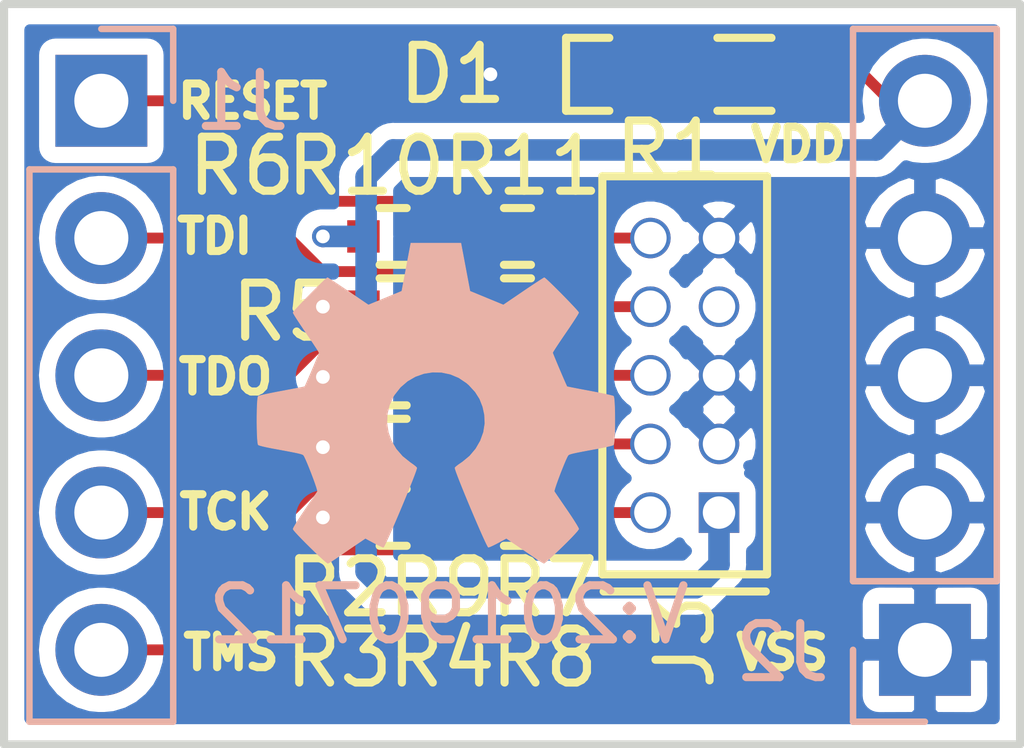
<source format=kicad_pcb>
(kicad_pcb (version 20171130) (host pcbnew 5.1.2-f72e74a~84~ubuntu18.04.1)

  (general
    (thickness 1.6)
    (drawings 12)
    (tracks 77)
    (zones 0)
    (modules 17)
    (nets 14)
  )

  (page A4)
  (layers
    (0 F.Cu signal)
    (31 B.Cu signal)
    (32 B.Adhes user)
    (33 F.Adhes user)
    (34 B.Paste user)
    (35 F.Paste user)
    (36 B.SilkS user)
    (37 F.SilkS user)
    (38 B.Mask user)
    (39 F.Mask user)
    (40 Dwgs.User user)
    (41 Cmts.User user)
    (42 Eco1.User user)
    (43 Eco2.User user)
    (44 Edge.Cuts user)
    (45 Margin user)
    (46 B.CrtYd user)
    (47 F.CrtYd user)
    (48 B.Fab user)
    (49 F.Fab user)
  )

  (setup
    (last_trace_width 0.2)
    (user_trace_width 0.1524)
    (user_trace_width 0.2)
    (user_trace_width 0.3)
    (user_trace_width 0.4)
    (user_trace_width 0.6)
    (user_trace_width 1)
    (user_trace_width 1.5)
    (user_trace_width 2)
    (trace_clearance 0.1524)
    (zone_clearance 0.3)
    (zone_45_only no)
    (trace_min 0.1524)
    (via_size 0.381)
    (via_drill 0.254)
    (via_min_size 0.381)
    (via_min_drill 0.254)
    (user_via 0.4 0.254)
    (user_via 0.6 0.4)
    (user_via 0.8 0.6)
    (user_via 1 0.8)
    (user_via 1.3 1)
    (user_via 1.5 1.2)
    (user_via 1.7 1.4)
    (user_via 1.9 1.6)
    (uvia_size 0.381)
    (uvia_drill 0.254)
    (uvias_allowed no)
    (uvia_min_size 0.381)
    (uvia_min_drill 0.254)
    (edge_width 0.15)
    (segment_width 0.2)
    (pcb_text_width 0.3)
    (pcb_text_size 1.5 1.5)
    (mod_edge_width 0.15)
    (mod_text_size 1 1)
    (mod_text_width 0.15)
    (pad_size 1.524 1.524)
    (pad_drill 0.762)
    (pad_to_mask_clearance 0.1)
    (solder_mask_min_width 0.1)
    (aux_axis_origin 0 0)
    (visible_elements FFFFFF7F)
    (pcbplotparams
      (layerselection 0x010fc_ffffffff)
      (usegerberextensions true)
      (usegerberattributes false)
      (usegerberadvancedattributes false)
      (creategerberjobfile false)
      (excludeedgelayer true)
      (linewidth 0.100000)
      (plotframeref false)
      (viasonmask false)
      (mode 1)
      (useauxorigin false)
      (hpglpennumber 1)
      (hpglpenspeed 20)
      (hpglpendiameter 15.000000)
      (psnegative false)
      (psa4output false)
      (plotreference true)
      (plotvalue true)
      (plotinvisibletext false)
      (padsonsilk false)
      (subtractmaskfromsilk false)
      (outputformat 1)
      (mirror false)
      (drillshape 0)
      (scaleselection 1)
      (outputdirectory "OSH_Park_2_layer_plots"))
  )

  (net 0 "")
  (net 1 "Net-(D1-Pad2)")
  (net 2 /VSS)
  (net 3 /RESET)
  (net 4 /TDI)
  (net 5 /TDO)
  (net 6 /TCK)
  (net 7 /TMS)
  (net 8 /VDD)
  (net 9 "Net-(J3-Pad10)")
  (net 10 "Net-(J3-Pad8)")
  (net 11 "Net-(J3-Pad6)")
  (net 12 "Net-(J3-Pad4)")
  (net 13 "Net-(J3-Pad2)")

  (net_class Default "This is the default net class."
    (clearance 0.1524)
    (trace_width 0.1524)
    (via_dia 0.381)
    (via_drill 0.254)
    (uvia_dia 0.381)
    (uvia_drill 0.254)
    (add_net /RESET)
    (add_net /TCK)
    (add_net /TDI)
    (add_net /TDO)
    (add_net /TMS)
    (add_net /VDD)
    (add_net /VSS)
    (add_net "Net-(D1-Pad2)")
    (add_net "Net-(J3-Pad10)")
    (add_net "Net-(J3-Pad2)")
    (add_net "Net-(J3-Pad4)")
    (add_net "Net-(J3-Pad6)")
    (add_net "Net-(J3-Pad7)")
    (add_net "Net-(J3-Pad8)")
  )

  (module SquantorRcl:R_0402_hand (layer F.Cu) (tedit 5921FEA0) (tstamp 5D28A738)
    (at 147.4 100.3 180)
    (descr "Resistor SMD 0402, reflow soldering, Vishay (see dcrcw.pdf)")
    (tags "resistor 0402")
    (path /5D28643D/5D285A1E)
    (attr smd)
    (fp_text reference R11 (at -0.1 1.3) (layer F.SilkS)
      (effects (font (size 1 1) (thickness 0.15)))
    )
    (fp_text value 100 (at 0 0) (layer F.Fab)
      (effects (font (size 1 1) (thickness 0.15)))
    )
    (fp_line (start -0.25 0.525) (end 0.25 0.525) (layer F.SilkS) (width 0.15))
    (fp_line (start 0.25 -0.525) (end -0.25 -0.525) (layer F.SilkS) (width 0.15))
    (fp_line (start 1.15 -0.65) (end 1.15 0.65) (layer F.CrtYd) (width 0.05))
    (fp_line (start -1.15 -0.65) (end -1.15 0.65) (layer F.CrtYd) (width 0.05))
    (fp_line (start -1.15 0.65) (end 1.15 0.65) (layer F.CrtYd) (width 0.05))
    (fp_line (start -1.15 -0.65) (end 1.15 -0.65) (layer F.CrtYd) (width 0.05))
    (fp_line (start -0.5 -0.25) (end 0.5 -0.25) (layer F.Fab) (width 0.1))
    (fp_line (start 0.5 -0.25) (end 0.5 0.25) (layer F.Fab) (width 0.1))
    (fp_line (start 0.5 0.25) (end -0.5 0.25) (layer F.Fab) (width 0.1))
    (fp_line (start -0.5 0.25) (end -0.5 -0.25) (layer F.Fab) (width 0.1))
    (pad 2 smd rect (at 0.55 0 180) (size 0.6 0.6) (layers F.Cu F.Paste F.Mask)
      (net 3 /RESET))
    (pad 1 smd rect (at -0.55 0 180) (size 0.6 0.6) (layers F.Cu F.Paste F.Mask)
      (net 9 "Net-(J3-Pad10)"))
    (model Resistors_SMD.3dshapes/R_0402.wrl
      (at (xyz 0 0 0))
      (scale (xyz 1 1 1))
      (rotate (xyz 0 0 0))
    )
  )

  (module SquantorRcl:R_0402_hand (layer F.Cu) (tedit 5921FEA0) (tstamp 5D28A728)
    (at 147.4 101.6 180)
    (descr "Resistor SMD 0402, reflow soldering, Vishay (see dcrcw.pdf)")
    (tags "resistor 0402")
    (path /5D28643D/5D285D88)
    (attr smd)
    (fp_text reference R10 (at 2.8 2.6) (layer F.SilkS)
      (effects (font (size 1 1) (thickness 0.15)))
    )
    (fp_text value 100 (at 0 0) (layer F.Fab)
      (effects (font (size 1 1) (thickness 0.15)))
    )
    (fp_line (start -0.25 0.525) (end 0.25 0.525) (layer F.SilkS) (width 0.15))
    (fp_line (start 0.25 -0.525) (end -0.25 -0.525) (layer F.SilkS) (width 0.15))
    (fp_line (start 1.15 -0.65) (end 1.15 0.65) (layer F.CrtYd) (width 0.05))
    (fp_line (start -1.15 -0.65) (end -1.15 0.65) (layer F.CrtYd) (width 0.05))
    (fp_line (start -1.15 0.65) (end 1.15 0.65) (layer F.CrtYd) (width 0.05))
    (fp_line (start -1.15 -0.65) (end 1.15 -0.65) (layer F.CrtYd) (width 0.05))
    (fp_line (start -0.5 -0.25) (end 0.5 -0.25) (layer F.Fab) (width 0.1))
    (fp_line (start 0.5 -0.25) (end 0.5 0.25) (layer F.Fab) (width 0.1))
    (fp_line (start 0.5 0.25) (end -0.5 0.25) (layer F.Fab) (width 0.1))
    (fp_line (start -0.5 0.25) (end -0.5 -0.25) (layer F.Fab) (width 0.1))
    (pad 2 smd rect (at 0.55 0 180) (size 0.6 0.6) (layers F.Cu F.Paste F.Mask)
      (net 4 /TDI))
    (pad 1 smd rect (at -0.55 0 180) (size 0.6 0.6) (layers F.Cu F.Paste F.Mask)
      (net 10 "Net-(J3-Pad8)"))
    (model Resistors_SMD.3dshapes/R_0402.wrl
      (at (xyz 0 0 0))
      (scale (xyz 1 1 1))
      (rotate (xyz 0 0 0))
    )
  )

  (module SquantorRcl:R_0402_hand (layer F.Cu) (tedit 5921FEA0) (tstamp 5D28A718)
    (at 147.4 102.9 180)
    (descr "Resistor SMD 0402, reflow soldering, Vishay (see dcrcw.pdf)")
    (tags "resistor 0402")
    (path /5D28643D/5D285AC1)
    (attr smd)
    (fp_text reference R9 (at 1.4 -3.9) (layer F.SilkS)
      (effects (font (size 1 1) (thickness 0.15)))
    )
    (fp_text value 100 (at 0 0) (layer F.Fab)
      (effects (font (size 1 1) (thickness 0.15)))
    )
    (fp_line (start -0.25 0.525) (end 0.25 0.525) (layer F.SilkS) (width 0.15))
    (fp_line (start 0.25 -0.525) (end -0.25 -0.525) (layer F.SilkS) (width 0.15))
    (fp_line (start 1.15 -0.65) (end 1.15 0.65) (layer F.CrtYd) (width 0.05))
    (fp_line (start -1.15 -0.65) (end -1.15 0.65) (layer F.CrtYd) (width 0.05))
    (fp_line (start -1.15 0.65) (end 1.15 0.65) (layer F.CrtYd) (width 0.05))
    (fp_line (start -1.15 -0.65) (end 1.15 -0.65) (layer F.CrtYd) (width 0.05))
    (fp_line (start -0.5 -0.25) (end 0.5 -0.25) (layer F.Fab) (width 0.1))
    (fp_line (start 0.5 -0.25) (end 0.5 0.25) (layer F.Fab) (width 0.1))
    (fp_line (start 0.5 0.25) (end -0.5 0.25) (layer F.Fab) (width 0.1))
    (fp_line (start -0.5 0.25) (end -0.5 -0.25) (layer F.Fab) (width 0.1))
    (pad 2 smd rect (at 0.55 0 180) (size 0.6 0.6) (layers F.Cu F.Paste F.Mask)
      (net 5 /TDO))
    (pad 1 smd rect (at -0.55 0 180) (size 0.6 0.6) (layers F.Cu F.Paste F.Mask)
      (net 11 "Net-(J3-Pad6)"))
    (model Resistors_SMD.3dshapes/R_0402.wrl
      (at (xyz 0 0 0))
      (scale (xyz 1 1 1))
      (rotate (xyz 0 0 0))
    )
  )

  (module SquantorRcl:R_0402_hand (layer F.Cu) (tedit 5921FEA0) (tstamp 5D28A708)
    (at 147.4 104.2 180)
    (descr "Resistor SMD 0402, reflow soldering, Vishay (see dcrcw.pdf)")
    (tags "resistor 0402")
    (path /5D28643D/5D285A12)
    (attr smd)
    (fp_text reference R8 (at -0.5 -3.9) (layer F.SilkS)
      (effects (font (size 1 1) (thickness 0.15)))
    )
    (fp_text value 100 (at 0 0) (layer F.Fab)
      (effects (font (size 1 1) (thickness 0.15)))
    )
    (fp_line (start -0.25 0.525) (end 0.25 0.525) (layer F.SilkS) (width 0.15))
    (fp_line (start 0.25 -0.525) (end -0.25 -0.525) (layer F.SilkS) (width 0.15))
    (fp_line (start 1.15 -0.65) (end 1.15 0.65) (layer F.CrtYd) (width 0.05))
    (fp_line (start -1.15 -0.65) (end -1.15 0.65) (layer F.CrtYd) (width 0.05))
    (fp_line (start -1.15 0.65) (end 1.15 0.65) (layer F.CrtYd) (width 0.05))
    (fp_line (start -1.15 -0.65) (end 1.15 -0.65) (layer F.CrtYd) (width 0.05))
    (fp_line (start -0.5 -0.25) (end 0.5 -0.25) (layer F.Fab) (width 0.1))
    (fp_line (start 0.5 -0.25) (end 0.5 0.25) (layer F.Fab) (width 0.1))
    (fp_line (start 0.5 0.25) (end -0.5 0.25) (layer F.Fab) (width 0.1))
    (fp_line (start -0.5 0.25) (end -0.5 -0.25) (layer F.Fab) (width 0.1))
    (pad 2 smd rect (at 0.55 0 180) (size 0.6 0.6) (layers F.Cu F.Paste F.Mask)
      (net 6 /TCK))
    (pad 1 smd rect (at -0.55 0 180) (size 0.6 0.6) (layers F.Cu F.Paste F.Mask)
      (net 12 "Net-(J3-Pad4)"))
    (model Resistors_SMD.3dshapes/R_0402.wrl
      (at (xyz 0 0 0))
      (scale (xyz 1 1 1))
      (rotate (xyz 0 0 0))
    )
  )

  (module SquantorRcl:R_0402_hand (layer F.Cu) (tedit 5921FEA0) (tstamp 5D28A6F8)
    (at 147.4 105.5 180)
    (descr "Resistor SMD 0402, reflow soldering, Vishay (see dcrcw.pdf)")
    (tags "resistor 0402")
    (path /5D28643D/5D285A0C)
    (attr smd)
    (fp_text reference R7 (at -0.5 -1.3) (layer F.SilkS)
      (effects (font (size 1 1) (thickness 0.15)))
    )
    (fp_text value 100 (at 0 0) (layer F.Fab)
      (effects (font (size 1 1) (thickness 0.15)))
    )
    (fp_line (start -0.25 0.525) (end 0.25 0.525) (layer F.SilkS) (width 0.15))
    (fp_line (start 0.25 -0.525) (end -0.25 -0.525) (layer F.SilkS) (width 0.15))
    (fp_line (start 1.15 -0.65) (end 1.15 0.65) (layer F.CrtYd) (width 0.05))
    (fp_line (start -1.15 -0.65) (end -1.15 0.65) (layer F.CrtYd) (width 0.05))
    (fp_line (start -1.15 0.65) (end 1.15 0.65) (layer F.CrtYd) (width 0.05))
    (fp_line (start -1.15 -0.65) (end 1.15 -0.65) (layer F.CrtYd) (width 0.05))
    (fp_line (start -0.5 -0.25) (end 0.5 -0.25) (layer F.Fab) (width 0.1))
    (fp_line (start 0.5 -0.25) (end 0.5 0.25) (layer F.Fab) (width 0.1))
    (fp_line (start 0.5 0.25) (end -0.5 0.25) (layer F.Fab) (width 0.1))
    (fp_line (start -0.5 0.25) (end -0.5 -0.25) (layer F.Fab) (width 0.1))
    (pad 2 smd rect (at 0.55 0 180) (size 0.6 0.6) (layers F.Cu F.Paste F.Mask)
      (net 7 /TMS))
    (pad 1 smd rect (at -0.55 0 180) (size 0.6 0.6) (layers F.Cu F.Paste F.Mask)
      (net 13 "Net-(J3-Pad2)"))
    (model Resistors_SMD.3dshapes/R_0402.wrl
      (at (xyz 0 0 0))
      (scale (xyz 1 1 1))
      (rotate (xyz 0 0 0))
    )
  )

  (module SquantorRcl:R_0402_hand (layer F.Cu) (tedit 5921FEA0) (tstamp 5D28A6E8)
    (at 145.1 100.3)
    (descr "Resistor SMD 0402, reflow soldering, Vishay (see dcrcw.pdf)")
    (tags "resistor 0402")
    (path /5D28643D/5D285A2D)
    (attr smd)
    (fp_text reference R6 (at -2.8 -1.3) (layer F.SilkS)
      (effects (font (size 1 1) (thickness 0.15)))
    )
    (fp_text value 100k (at 0 0) (layer F.Fab)
      (effects (font (size 1 1) (thickness 0.15)))
    )
    (fp_line (start -0.25 0.525) (end 0.25 0.525) (layer F.SilkS) (width 0.15))
    (fp_line (start 0.25 -0.525) (end -0.25 -0.525) (layer F.SilkS) (width 0.15))
    (fp_line (start 1.15 -0.65) (end 1.15 0.65) (layer F.CrtYd) (width 0.05))
    (fp_line (start -1.15 -0.65) (end -1.15 0.65) (layer F.CrtYd) (width 0.05))
    (fp_line (start -1.15 0.65) (end 1.15 0.65) (layer F.CrtYd) (width 0.05))
    (fp_line (start -1.15 -0.65) (end 1.15 -0.65) (layer F.CrtYd) (width 0.05))
    (fp_line (start -0.5 -0.25) (end 0.5 -0.25) (layer F.Fab) (width 0.1))
    (fp_line (start 0.5 -0.25) (end 0.5 0.25) (layer F.Fab) (width 0.1))
    (fp_line (start 0.5 0.25) (end -0.5 0.25) (layer F.Fab) (width 0.1))
    (fp_line (start -0.5 0.25) (end -0.5 -0.25) (layer F.Fab) (width 0.1))
    (pad 2 smd rect (at 0.55 0) (size 0.6 0.6) (layers F.Cu F.Paste F.Mask)
      (net 3 /RESET))
    (pad 1 smd rect (at -0.55 0) (size 0.6 0.6) (layers F.Cu F.Paste F.Mask)
      (net 8 /VDD))
    (model Resistors_SMD.3dshapes/R_0402.wrl
      (at (xyz 0 0 0))
      (scale (xyz 1 1 1))
      (rotate (xyz 0 0 0))
    )
  )

  (module SquantorRcl:R_0402_hand (layer F.Cu) (tedit 5921FEA0) (tstamp 5D28A6D8)
    (at 145.1 101.6)
    (descr "Resistor SMD 0402, reflow soldering, Vishay (see dcrcw.pdf)")
    (tags "resistor 0402")
    (path /5D28643D/5D285A39)
    (attr smd)
    (fp_text reference R5 (at -2 0.1) (layer F.SilkS)
      (effects (font (size 1 1) (thickness 0.15)))
    )
    (fp_text value 100K (at 0 0) (layer F.Fab)
      (effects (font (size 1 1) (thickness 0.15)))
    )
    (fp_line (start -0.25 0.525) (end 0.25 0.525) (layer F.SilkS) (width 0.15))
    (fp_line (start 0.25 -0.525) (end -0.25 -0.525) (layer F.SilkS) (width 0.15))
    (fp_line (start 1.15 -0.65) (end 1.15 0.65) (layer F.CrtYd) (width 0.05))
    (fp_line (start -1.15 -0.65) (end -1.15 0.65) (layer F.CrtYd) (width 0.05))
    (fp_line (start -1.15 0.65) (end 1.15 0.65) (layer F.CrtYd) (width 0.05))
    (fp_line (start -1.15 -0.65) (end 1.15 -0.65) (layer F.CrtYd) (width 0.05))
    (fp_line (start -0.5 -0.25) (end 0.5 -0.25) (layer F.Fab) (width 0.1))
    (fp_line (start 0.5 -0.25) (end 0.5 0.25) (layer F.Fab) (width 0.1))
    (fp_line (start 0.5 0.25) (end -0.5 0.25) (layer F.Fab) (width 0.1))
    (fp_line (start -0.5 0.25) (end -0.5 -0.25) (layer F.Fab) (width 0.1))
    (pad 2 smd rect (at 0.55 0) (size 0.6 0.6) (layers F.Cu F.Paste F.Mask)
      (net 4 /TDI))
    (pad 1 smd rect (at -0.55 0) (size 0.6 0.6) (layers F.Cu F.Paste F.Mask)
      (net 8 /VDD))
    (model Resistors_SMD.3dshapes/R_0402.wrl
      (at (xyz 0 0 0))
      (scale (xyz 1 1 1))
      (rotate (xyz 0 0 0))
    )
  )

  (module SquantorRcl:R_0402_hand (layer F.Cu) (tedit 5921FEA0) (tstamp 5D28A6C8)
    (at 145.1 102.9)
    (descr "Resistor SMD 0402, reflow soldering, Vishay (see dcrcw.pdf)")
    (tags "resistor 0402")
    (path /5D28643D/5D295945)
    (attr smd)
    (fp_text reference R4 (at 0.9 5.2) (layer F.SilkS)
      (effects (font (size 1 1) (thickness 0.15)))
    )
    (fp_text value 100k (at 0 0) (layer F.Fab)
      (effects (font (size 1 1) (thickness 0.15)))
    )
    (fp_line (start -0.25 0.525) (end 0.25 0.525) (layer F.SilkS) (width 0.15))
    (fp_line (start 0.25 -0.525) (end -0.25 -0.525) (layer F.SilkS) (width 0.15))
    (fp_line (start 1.15 -0.65) (end 1.15 0.65) (layer F.CrtYd) (width 0.05))
    (fp_line (start -1.15 -0.65) (end -1.15 0.65) (layer F.CrtYd) (width 0.05))
    (fp_line (start -1.15 0.65) (end 1.15 0.65) (layer F.CrtYd) (width 0.05))
    (fp_line (start -1.15 -0.65) (end 1.15 -0.65) (layer F.CrtYd) (width 0.05))
    (fp_line (start -0.5 -0.25) (end 0.5 -0.25) (layer F.Fab) (width 0.1))
    (fp_line (start 0.5 -0.25) (end 0.5 0.25) (layer F.Fab) (width 0.1))
    (fp_line (start 0.5 0.25) (end -0.5 0.25) (layer F.Fab) (width 0.1))
    (fp_line (start -0.5 0.25) (end -0.5 -0.25) (layer F.Fab) (width 0.1))
    (pad 2 smd rect (at 0.55 0) (size 0.6 0.6) (layers F.Cu F.Paste F.Mask)
      (net 5 /TDO))
    (pad 1 smd rect (at -0.55 0) (size 0.6 0.6) (layers F.Cu F.Paste F.Mask)
      (net 8 /VDD))
    (model Resistors_SMD.3dshapes/R_0402.wrl
      (at (xyz 0 0 0))
      (scale (xyz 1 1 1))
      (rotate (xyz 0 0 0))
    )
  )

  (module SquantorRcl:R_0402_hand (layer F.Cu) (tedit 5921FEA0) (tstamp 5D28A6B8)
    (at 145.1 104.2)
    (descr "Resistor SMD 0402, reflow soldering, Vishay (see dcrcw.pdf)")
    (tags "resistor 0402")
    (path /5D28643D/5D285A27)
    (attr smd)
    (fp_text reference R3 (at -1 3.9) (layer F.SilkS)
      (effects (font (size 1 1) (thickness 0.15)))
    )
    (fp_text value 100k (at 0 0) (layer F.Fab)
      (effects (font (size 1 1) (thickness 0.15)))
    )
    (fp_line (start -0.25 0.525) (end 0.25 0.525) (layer F.SilkS) (width 0.15))
    (fp_line (start 0.25 -0.525) (end -0.25 -0.525) (layer F.SilkS) (width 0.15))
    (fp_line (start 1.15 -0.65) (end 1.15 0.65) (layer F.CrtYd) (width 0.05))
    (fp_line (start -1.15 -0.65) (end -1.15 0.65) (layer F.CrtYd) (width 0.05))
    (fp_line (start -1.15 0.65) (end 1.15 0.65) (layer F.CrtYd) (width 0.05))
    (fp_line (start -1.15 -0.65) (end 1.15 -0.65) (layer F.CrtYd) (width 0.05))
    (fp_line (start -0.5 -0.25) (end 0.5 -0.25) (layer F.Fab) (width 0.1))
    (fp_line (start 0.5 -0.25) (end 0.5 0.25) (layer F.Fab) (width 0.1))
    (fp_line (start 0.5 0.25) (end -0.5 0.25) (layer F.Fab) (width 0.1))
    (fp_line (start -0.5 0.25) (end -0.5 -0.25) (layer F.Fab) (width 0.1))
    (pad 2 smd rect (at 0.55 0) (size 0.6 0.6) (layers F.Cu F.Paste F.Mask)
      (net 6 /TCK))
    (pad 1 smd rect (at -0.55 0) (size 0.6 0.6) (layers F.Cu F.Paste F.Mask)
      (net 2 /VSS))
    (model Resistors_SMD.3dshapes/R_0402.wrl
      (at (xyz 0 0 0))
      (scale (xyz 1 1 1))
      (rotate (xyz 0 0 0))
    )
  )

  (module SquantorRcl:R_0402_hand (layer F.Cu) (tedit 5921FEA0) (tstamp 5D28AFA8)
    (at 145.1 105.5)
    (descr "Resistor SMD 0402, reflow soldering, Vishay (see dcrcw.pdf)")
    (tags "resistor 0402")
    (path /5D28643D/5D295938)
    (attr smd)
    (fp_text reference R2 (at -1 1.3) (layer F.SilkS)
      (effects (font (size 1 1) (thickness 0.15)))
    )
    (fp_text value 100K (at -0.1 0) (layer F.Fab)
      (effects (font (size 1 1) (thickness 0.15)))
    )
    (fp_line (start -0.25 0.525) (end 0.25 0.525) (layer F.SilkS) (width 0.15))
    (fp_line (start 0.25 -0.525) (end -0.25 -0.525) (layer F.SilkS) (width 0.15))
    (fp_line (start 1.15 -0.65) (end 1.15 0.65) (layer F.CrtYd) (width 0.05))
    (fp_line (start -1.15 -0.65) (end -1.15 0.65) (layer F.CrtYd) (width 0.05))
    (fp_line (start -1.15 0.65) (end 1.15 0.65) (layer F.CrtYd) (width 0.05))
    (fp_line (start -1.15 -0.65) (end 1.15 -0.65) (layer F.CrtYd) (width 0.05))
    (fp_line (start -0.5 -0.25) (end 0.5 -0.25) (layer F.Fab) (width 0.1))
    (fp_line (start 0.5 -0.25) (end 0.5 0.25) (layer F.Fab) (width 0.1))
    (fp_line (start 0.5 0.25) (end -0.5 0.25) (layer F.Fab) (width 0.1))
    (fp_line (start -0.5 0.25) (end -0.5 -0.25) (layer F.Fab) (width 0.1))
    (pad 2 smd rect (at 0.55 0) (size 0.6 0.6) (layers F.Cu F.Paste F.Mask)
      (net 7 /TMS))
    (pad 1 smd rect (at -0.55 0) (size 0.6 0.6) (layers F.Cu F.Paste F.Mask)
      (net 8 /VDD))
    (model Resistors_SMD.3dshapes/R_0402.wrl
      (at (xyz 0 0 0))
      (scale (xyz 1 1 1))
      (rotate (xyz 0 0 0))
    )
  )

  (module SquantorRcl:R_0603_hand (layer F.Cu) (tedit 587552B0) (tstamp 5D28A698)
    (at 151.6 97.3)
    (descr "Resistor SMD 0603, reflow soldering, Vishay (see dcrcw.pdf)")
    (tags "resistor 0603")
    (path /5D279BBC)
    (attr smd)
    (fp_text reference R1 (at -1.4 1.4) (layer F.SilkS)
      (effects (font (size 1 1) (thickness 0.15)))
    )
    (fp_text value 4.7K (at 0 0) (layer F.Fab)
      (effects (font (size 1 1) (thickness 0.15)))
    )
    (fp_line (start -0.5 -0.675) (end 0.5 -0.675) (layer F.SilkS) (width 0.15))
    (fp_line (start 0.5 0.675) (end -0.5 0.675) (layer F.SilkS) (width 0.15))
    (fp_line (start 1.5 -0.8) (end 1.5 0.8) (layer F.CrtYd) (width 0.05))
    (fp_line (start -1.5 -0.8) (end -1.5 0.8) (layer F.CrtYd) (width 0.05))
    (fp_line (start -1.5 0.8) (end 1.5 0.8) (layer F.CrtYd) (width 0.05))
    (fp_line (start -1.5 -0.8) (end 1.5 -0.8) (layer F.CrtYd) (width 0.05))
    (fp_line (start -0.8 -0.4) (end 0.8 -0.4) (layer F.Fab) (width 0.1))
    (fp_line (start 0.8 -0.4) (end 0.8 0.4) (layer F.Fab) (width 0.1))
    (fp_line (start 0.8 0.4) (end -0.8 0.4) (layer F.Fab) (width 0.1))
    (fp_line (start -0.8 0.4) (end -0.8 -0.4) (layer F.Fab) (width 0.1))
    (pad 2 smd rect (at 0.85 0) (size 0.7 0.9) (layers F.Cu F.Paste F.Mask)
      (net 8 /VDD))
    (pad 1 smd rect (at -0.85 0) (size 0.7 0.9) (layers F.Cu F.Paste F.Mask)
      (net 1 "Net-(D1-Pad2)"))
    (model Resistors_SMD.3dshapes/R_0603.wrl
      (at (xyz 0 0 0))
      (scale (xyz 1 1 1))
      (rotate (xyz 0 0 0))
    )
  )

  (module SquantorConnectors:Header-0127-2X05-H006 (layer F.Cu) (tedit 5CA38BF4) (tstamp 5D28A67C)
    (at 150.495 102.87 90)
    (path /5D28643D/5D2859FE)
    (fp_text reference J3 (at -4.93 0.005 90) (layer F.SilkS)
      (effects (font (size 1 1) (thickness 0.15)))
    )
    (fp_text value JTAG_2X05 (at 0 2.5 90) (layer F.Fab) hide
      (effects (font (size 1 1) (thickness 0.15)))
    )
    (fp_line (start -3.683 -1.524) (end 3.683 -1.524) (layer F.SilkS) (width 0.15))
    (fp_line (start 3.683 -1.524) (end 3.683 1.524) (layer F.SilkS) (width 0.15))
    (fp_line (start 3.683 1.524) (end -3.683 1.524) (layer F.SilkS) (width 0.15))
    (fp_line (start -3.683 1.524) (end -3.683 -1.524) (layer F.SilkS) (width 0.15))
    (fp_line (start -4 -1.5) (end -4 1.5) (layer F.SilkS) (width 0.15))
    (pad 10 thru_hole circle (at 2.54 -0.635 90) (size 0.75 0.75) (drill 0.6) (layers *.Cu *.Mask)
      (net 9 "Net-(J3-Pad10)"))
    (pad 9 thru_hole circle (at 2.54 0.635 90) (size 0.75 0.75) (drill 0.6) (layers *.Cu *.Mask)
      (net 2 /VSS))
    (pad 8 thru_hole circle (at 1.27 -0.635 90) (size 0.75 0.75) (drill 0.6) (layers *.Cu *.Mask)
      (net 10 "Net-(J3-Pad8)"))
    (pad 7 thru_hole circle (at 1.27 0.635 90) (size 0.75 0.75) (drill 0.6) (layers *.Cu *.Mask))
    (pad 6 thru_hole circle (at 0 -0.635 90) (size 0.75 0.75) (drill 0.6) (layers *.Cu *.Mask)
      (net 11 "Net-(J3-Pad6)"))
    (pad 5 thru_hole circle (at 0 0.635 90) (size 0.75 0.75) (drill 0.6) (layers *.Cu *.Mask)
      (net 2 /VSS))
    (pad 4 thru_hole circle (at -1.27 -0.635 90) (size 0.75 0.75) (drill 0.6) (layers *.Cu *.Mask)
      (net 12 "Net-(J3-Pad4)"))
    (pad 3 thru_hole circle (at -1.27 0.635 90) (size 0.75 0.75) (drill 0.6) (layers *.Cu *.Mask)
      (net 2 /VSS))
    (pad 2 thru_hole circle (at -2.54 -0.635 90) (size 0.75 0.75) (drill 0.6) (layers *.Cu *.Mask)
      (net 13 "Net-(J3-Pad2)"))
    (pad 1 thru_hole rect (at -2.54 0.635 90) (size 0.75 0.75) (drill 0.6) (layers *.Cu *.Mask)
      (net 8 /VDD))
  )

  (module Connector_PinHeader_2.54mm:PinHeader_1x05_P2.54mm_Vertical (layer B.Cu) (tedit 59FED5CC) (tstamp 5D28A669)
    (at 154.94 107.95)
    (descr "Through hole straight pin header, 1x05, 2.54mm pitch, single row")
    (tags "Through hole pin header THT 1x05 2.54mm single row")
    (path /5D2A33B9)
    (fp_text reference J2 (at -2.64 0.05) (layer B.SilkS)
      (effects (font (size 1 1) (thickness 0.15)) (justify mirror))
    )
    (fp_text value Conn_01x05 (at 0 -12.49) (layer B.Fab) hide
      (effects (font (size 1 1) (thickness 0.15)) (justify mirror))
    )
    (fp_text user %R (at 0 -5.08 -90) (layer B.Fab)
      (effects (font (size 1 1) (thickness 0.15)) (justify mirror))
    )
    (fp_line (start 1.8 1.8) (end -1.8 1.8) (layer B.CrtYd) (width 0.05))
    (fp_line (start 1.8 -11.95) (end 1.8 1.8) (layer B.CrtYd) (width 0.05))
    (fp_line (start -1.8 -11.95) (end 1.8 -11.95) (layer B.CrtYd) (width 0.05))
    (fp_line (start -1.8 1.8) (end -1.8 -11.95) (layer B.CrtYd) (width 0.05))
    (fp_line (start -1.33 1.33) (end 0 1.33) (layer B.SilkS) (width 0.12))
    (fp_line (start -1.33 0) (end -1.33 1.33) (layer B.SilkS) (width 0.12))
    (fp_line (start -1.33 -1.27) (end 1.33 -1.27) (layer B.SilkS) (width 0.12))
    (fp_line (start 1.33 -1.27) (end 1.33 -11.49) (layer B.SilkS) (width 0.12))
    (fp_line (start -1.33 -1.27) (end -1.33 -11.49) (layer B.SilkS) (width 0.12))
    (fp_line (start -1.33 -11.49) (end 1.33 -11.49) (layer B.SilkS) (width 0.12))
    (fp_line (start -1.27 0.635) (end -0.635 1.27) (layer B.Fab) (width 0.1))
    (fp_line (start -1.27 -11.43) (end -1.27 0.635) (layer B.Fab) (width 0.1))
    (fp_line (start 1.27 -11.43) (end -1.27 -11.43) (layer B.Fab) (width 0.1))
    (fp_line (start 1.27 1.27) (end 1.27 -11.43) (layer B.Fab) (width 0.1))
    (fp_line (start -0.635 1.27) (end 1.27 1.27) (layer B.Fab) (width 0.1))
    (pad 5 thru_hole oval (at 0 -10.16) (size 1.7 1.7) (drill 1) (layers *.Cu *.Mask)
      (net 8 /VDD))
    (pad 4 thru_hole oval (at 0 -7.62) (size 1.7 1.7) (drill 1) (layers *.Cu *.Mask)
      (net 2 /VSS))
    (pad 3 thru_hole oval (at 0 -5.08) (size 1.7 1.7) (drill 1) (layers *.Cu *.Mask)
      (net 2 /VSS))
    (pad 2 thru_hole oval (at 0 -2.54) (size 1.7 1.7) (drill 1) (layers *.Cu *.Mask)
      (net 2 /VSS))
    (pad 1 thru_hole rect (at 0 0) (size 1.7 1.7) (drill 1) (layers *.Cu *.Mask)
      (net 2 /VSS))
    (model ${KISYS3DMOD}/Connector_PinHeader_2.54mm.3dshapes/PinHeader_1x05_P2.54mm_Vertical.wrl
      (at (xyz 0 0 0))
      (scale (xyz 1 1 1))
      (rotate (xyz 0 0 0))
    )
  )

  (module Connector_PinHeader_2.54mm:PinHeader_1x05_P2.54mm_Vertical (layer B.Cu) (tedit 59FED5CC) (tstamp 5D28A650)
    (at 139.7 97.79 180)
    (descr "Through hole straight pin header, 1x05, 2.54mm pitch, single row")
    (tags "Through hole pin header THT 1x05 2.54mm single row")
    (path /5D2A2B1A)
    (fp_text reference J1 (at -2.6 -0.01) (layer B.SilkS)
      (effects (font (size 1 1) (thickness 0.15)) (justify mirror))
    )
    (fp_text value Conn_01x05 (at 0 -12.49) (layer B.Fab) hide
      (effects (font (size 1 1) (thickness 0.15)) (justify mirror))
    )
    (fp_text user %R (at 0 -5.08 270) (layer B.Fab)
      (effects (font (size 1 1) (thickness 0.15)) (justify mirror))
    )
    (fp_line (start 1.8 1.8) (end -1.8 1.8) (layer B.CrtYd) (width 0.05))
    (fp_line (start 1.8 -11.95) (end 1.8 1.8) (layer B.CrtYd) (width 0.05))
    (fp_line (start -1.8 -11.95) (end 1.8 -11.95) (layer B.CrtYd) (width 0.05))
    (fp_line (start -1.8 1.8) (end -1.8 -11.95) (layer B.CrtYd) (width 0.05))
    (fp_line (start -1.33 1.33) (end 0 1.33) (layer B.SilkS) (width 0.12))
    (fp_line (start -1.33 0) (end -1.33 1.33) (layer B.SilkS) (width 0.12))
    (fp_line (start -1.33 -1.27) (end 1.33 -1.27) (layer B.SilkS) (width 0.12))
    (fp_line (start 1.33 -1.27) (end 1.33 -11.49) (layer B.SilkS) (width 0.12))
    (fp_line (start -1.33 -1.27) (end -1.33 -11.49) (layer B.SilkS) (width 0.12))
    (fp_line (start -1.33 -11.49) (end 1.33 -11.49) (layer B.SilkS) (width 0.12))
    (fp_line (start -1.27 0.635) (end -0.635 1.27) (layer B.Fab) (width 0.1))
    (fp_line (start -1.27 -11.43) (end -1.27 0.635) (layer B.Fab) (width 0.1))
    (fp_line (start 1.27 -11.43) (end -1.27 -11.43) (layer B.Fab) (width 0.1))
    (fp_line (start 1.27 1.27) (end 1.27 -11.43) (layer B.Fab) (width 0.1))
    (fp_line (start -0.635 1.27) (end 1.27 1.27) (layer B.Fab) (width 0.1))
    (pad 5 thru_hole oval (at 0 -10.16 180) (size 1.7 1.7) (drill 1) (layers *.Cu *.Mask)
      (net 7 /TMS))
    (pad 4 thru_hole oval (at 0 -7.62 180) (size 1.7 1.7) (drill 1) (layers *.Cu *.Mask)
      (net 6 /TCK))
    (pad 3 thru_hole oval (at 0 -5.08 180) (size 1.7 1.7) (drill 1) (layers *.Cu *.Mask)
      (net 5 /TDO))
    (pad 2 thru_hole oval (at 0 -2.54 180) (size 1.7 1.7) (drill 1) (layers *.Cu *.Mask)
      (net 4 /TDI))
    (pad 1 thru_hole rect (at 0 0 180) (size 1.7 1.7) (drill 1) (layers *.Cu *.Mask)
      (net 3 /RESET))
    (model ${KISYS3DMOD}/Connector_PinHeader_2.54mm.3dshapes/PinHeader_1x05_P2.54mm_Vertical.wrl
      (at (xyz 0 0 0))
      (scale (xyz 1 1 1))
      (rotate (xyz 0 0 0))
    )
  )

  (module SquantorDiodes:D_0603_hand (layer F.Cu) (tedit 5CA1F802) (tstamp 5D28A637)
    (at 148.6 97.3)
    (descr "Diode SMD 0603, reflow soldering, general purpose")
    (tags "Diode 0603")
    (path /5D27A45A)
    (attr smd)
    (fp_text reference D1 (at -2.4 0) (layer F.SilkS)
      (effects (font (size 1 1) (thickness 0.15)))
    )
    (fp_text value RED (at 0 0) (layer F.Fab)
      (effects (font (size 1 1) (thickness 0.15)))
    )
    (fp_line (start -0.3 -0.675) (end -0.3 0.675) (layer F.SilkS) (width 0.15))
    (fp_line (start -0.3 -0.675) (end 0.5 -0.675) (layer F.SilkS) (width 0.15))
    (fp_line (start 0.5 0.675) (end -0.3 0.675) (layer F.SilkS) (width 0.15))
    (fp_line (start 1.5 -0.8) (end 1.5 0.8) (layer F.CrtYd) (width 0.05))
    (fp_line (start -1.5 -0.8) (end -1.5 0.8) (layer F.CrtYd) (width 0.05))
    (fp_line (start -1.5 0.8) (end 1.5 0.8) (layer F.CrtYd) (width 0.05))
    (fp_line (start -1.5 -0.8) (end 1.5 -0.8) (layer F.CrtYd) (width 0.05))
    (fp_line (start -0.8 -0.4) (end 0.8 -0.4) (layer F.Fab) (width 0.1))
    (fp_line (start 0.8 -0.4) (end 0.8 0.4) (layer F.Fab) (width 0.1))
    (fp_line (start 0.8 0.4) (end -0.8 0.4) (layer F.Fab) (width 0.1))
    (fp_line (start -0.8 0.4) (end -0.8 -0.4) (layer F.Fab) (width 0.1))
    (pad 2 smd rect (at 0.85 0) (size 0.7 0.9) (layers F.Cu F.Paste F.Mask)
      (net 1 "Net-(D1-Pad2)"))
    (pad 1 smd rect (at -0.85 0) (size 0.7 0.9) (layers F.Cu F.Paste F.Mask)
      (net 2 /VSS))
  )

  (module Symbols:OSHW-Symbol_6.7x6mm_SilkScreen (layer B.Cu) (tedit 0) (tstamp 5A135134)
    (at 145.9 103.4 180)
    (descr "Open Source Hardware Symbol")
    (tags "Logo Symbol OSHW")
    (path /5A135869)
    (attr virtual)
    (fp_text reference N1 (at 0 0) (layer B.SilkS) hide
      (effects (font (size 1 1) (thickness 0.15)) (justify mirror))
    )
    (fp_text value OHWLOGO (at 0.75 0) (layer B.Fab) hide
      (effects (font (size 1 1) (thickness 0.15)) (justify mirror))
    )
    (fp_poly (pts (xy 0.555814 2.531069) (xy 0.639635 2.086445) (xy 0.94892 1.958947) (xy 1.258206 1.831449)
      (xy 1.629246 2.083754) (xy 1.733157 2.154004) (xy 1.827087 2.216728) (xy 1.906652 2.269062)
      (xy 1.96747 2.308143) (xy 2.005157 2.331107) (xy 2.015421 2.336058) (xy 2.03391 2.323324)
      (xy 2.07342 2.288118) (xy 2.129522 2.234938) (xy 2.197787 2.168282) (xy 2.273786 2.092646)
      (xy 2.353092 2.012528) (xy 2.431275 1.932426) (xy 2.503907 1.856836) (xy 2.566559 1.790255)
      (xy 2.614803 1.737182) (xy 2.64421 1.702113) (xy 2.651241 1.690377) (xy 2.641123 1.66874)
      (xy 2.612759 1.621338) (xy 2.569129 1.552807) (xy 2.513218 1.467785) (xy 2.448006 1.370907)
      (xy 2.410219 1.31565) (xy 2.341343 1.214752) (xy 2.28014 1.123701) (xy 2.229578 1.04703)
      (xy 2.192628 0.989272) (xy 2.172258 0.954957) (xy 2.169197 0.947746) (xy 2.176136 0.927252)
      (xy 2.195051 0.879487) (xy 2.223087 0.811168) (xy 2.257391 0.729011) (xy 2.295109 0.63973)
      (xy 2.333387 0.550042) (xy 2.36937 0.466662) (xy 2.400206 0.396306) (xy 2.423039 0.34569)
      (xy 2.435017 0.321529) (xy 2.435724 0.320578) (xy 2.454531 0.315964) (xy 2.504618 0.305672)
      (xy 2.580793 0.290713) (xy 2.677865 0.272099) (xy 2.790643 0.250841) (xy 2.856442 0.238582)
      (xy 2.97695 0.215638) (xy 3.085797 0.193805) (xy 3.177476 0.174278) (xy 3.246481 0.158252)
      (xy 3.287304 0.146921) (xy 3.295511 0.143326) (xy 3.303548 0.118994) (xy 3.310033 0.064041)
      (xy 3.31497 -0.015108) (xy 3.318364 -0.112026) (xy 3.320218 -0.220287) (xy 3.320538 -0.333465)
      (xy 3.319327 -0.445135) (xy 3.31659 -0.548868) (xy 3.312331 -0.638241) (xy 3.306555 -0.706826)
      (xy 3.299267 -0.748197) (xy 3.294895 -0.75681) (xy 3.268764 -0.767133) (xy 3.213393 -0.781892)
      (xy 3.136107 -0.799352) (xy 3.04423 -0.81778) (xy 3.012158 -0.823741) (xy 2.857524 -0.852066)
      (xy 2.735375 -0.874876) (xy 2.641673 -0.89308) (xy 2.572384 -0.907583) (xy 2.523471 -0.919292)
      (xy 2.490897 -0.929115) (xy 2.470628 -0.937956) (xy 2.458626 -0.946724) (xy 2.456947 -0.948457)
      (xy 2.440184 -0.976371) (xy 2.414614 -1.030695) (xy 2.382788 -1.104777) (xy 2.34726 -1.191965)
      (xy 2.310583 -1.285608) (xy 2.275311 -1.379052) (xy 2.243996 -1.465647) (xy 2.219193 -1.53874)
      (xy 2.203454 -1.591678) (xy 2.199332 -1.617811) (xy 2.199676 -1.618726) (xy 2.213641 -1.640086)
      (xy 2.245322 -1.687084) (xy 2.291391 -1.754827) (xy 2.348518 -1.838423) (xy 2.413373 -1.932982)
      (xy 2.431843 -1.959854) (xy 2.497699 -2.057275) (xy 2.55565 -2.146163) (xy 2.602538 -2.221412)
      (xy 2.635207 -2.27792) (xy 2.6505 -2.310581) (xy 2.651241 -2.314593) (xy 2.638392 -2.335684)
      (xy 2.602888 -2.377464) (xy 2.549293 -2.435445) (xy 2.482171 -2.505135) (xy 2.406087 -2.582045)
      (xy 2.325604 -2.661683) (xy 2.245287 -2.739561) (xy 2.169699 -2.811186) (xy 2.103405 -2.87207)
      (xy 2.050969 -2.917721) (xy 2.016955 -2.94365) (xy 2.007545 -2.947883) (xy 1.985643 -2.937912)
      (xy 1.9408 -2.91102) (xy 1.880321 -2.871736) (xy 1.833789 -2.840117) (xy 1.749475 -2.782098)
      (xy 1.649626 -2.713784) (xy 1.549473 -2.645579) (xy 1.495627 -2.609075) (xy 1.313371 -2.4858)
      (xy 1.160381 -2.56852) (xy 1.090682 -2.604759) (xy 1.031414 -2.632926) (xy 0.991311 -2.648991)
      (xy 0.981103 -2.651226) (xy 0.968829 -2.634722) (xy 0.944613 -2.588082) (xy 0.910263 -2.515609)
      (xy 0.867588 -2.421606) (xy 0.818394 -2.310374) (xy 0.76449 -2.186215) (xy 0.707684 -2.053432)
      (xy 0.649782 -1.916327) (xy 0.592593 -1.779202) (xy 0.537924 -1.646358) (xy 0.487584 -1.522098)
      (xy 0.44338 -1.410725) (xy 0.407119 -1.316539) (xy 0.380609 -1.243844) (xy 0.365658 -1.196941)
      (xy 0.363254 -1.180833) (xy 0.382311 -1.160286) (xy 0.424036 -1.126933) (xy 0.479706 -1.087702)
      (xy 0.484378 -1.084599) (xy 0.628264 -0.969423) (xy 0.744283 -0.835053) (xy 0.83143 -0.685784)
      (xy 0.888699 -0.525913) (xy 0.915086 -0.359737) (xy 0.909585 -0.191552) (xy 0.87119 -0.025655)
      (xy 0.798895 0.133658) (xy 0.777626 0.168513) (xy 0.666996 0.309263) (xy 0.536302 0.422286)
      (xy 0.390064 0.506997) (xy 0.232808 0.562806) (xy 0.069057 0.589126) (xy -0.096667 0.58537)
      (xy -0.259838 0.55095) (xy -0.415935 0.485277) (xy -0.560433 0.387765) (xy -0.605131 0.348187)
      (xy -0.718888 0.224297) (xy -0.801782 0.093876) (xy -0.858644 -0.052315) (xy -0.890313 -0.197088)
      (xy -0.898131 -0.35986) (xy -0.872062 -0.52344) (xy -0.814755 -0.682298) (xy -0.728856 -0.830906)
      (xy -0.617014 -0.963735) (xy -0.481877 -1.075256) (xy -0.464117 -1.087011) (xy -0.40785 -1.125508)
      (xy -0.365077 -1.158863) (xy -0.344628 -1.18016) (xy -0.344331 -1.180833) (xy -0.348721 -1.203871)
      (xy -0.366124 -1.256157) (xy -0.394732 -1.33339) (xy -0.432735 -1.431268) (xy -0.478326 -1.545491)
      (xy -0.529697 -1.671758) (xy -0.585038 -1.805767) (xy -0.642542 -1.943218) (xy -0.700399 -2.079808)
      (xy -0.756802 -2.211237) (xy -0.809942 -2.333205) (xy -0.85801 -2.441409) (xy -0.899199 -2.531549)
      (xy -0.931699 -2.599323) (xy -0.953703 -2.64043) (xy -0.962564 -2.651226) (xy -0.98964 -2.642819)
      (xy -1.040303 -2.620272) (xy -1.105817 -2.587613) (xy -1.141841 -2.56852) (xy -1.294832 -2.4858)
      (xy -1.477088 -2.609075) (xy -1.570125 -2.672228) (xy -1.671985 -2.741727) (xy -1.767438 -2.807165)
      (xy -1.81525 -2.840117) (xy -1.882495 -2.885273) (xy -1.939436 -2.921057) (xy -1.978646 -2.942938)
      (xy -1.991381 -2.947563) (xy -2.009917 -2.935085) (xy -2.050941 -2.900252) (xy -2.110475 -2.846678)
      (xy -2.184542 -2.777983) (xy -2.269165 -2.697781) (xy -2.322685 -2.646286) (xy -2.416319 -2.554286)
      (xy -2.497241 -2.471999) (xy -2.562177 -2.402945) (xy -2.607858 -2.350644) (xy -2.631011 -2.318616)
      (xy -2.633232 -2.312116) (xy -2.622924 -2.287394) (xy -2.594439 -2.237405) (xy -2.550937 -2.167212)
      (xy -2.495577 -2.081875) (xy -2.43152 -1.986456) (xy -2.413303 -1.959854) (xy -2.346927 -1.863167)
      (xy -2.287378 -1.776117) (xy -2.237984 -1.703595) (xy -2.202075 -1.650493) (xy -2.182981 -1.621703)
      (xy -2.181136 -1.618726) (xy -2.183895 -1.595782) (xy -2.198538 -1.545336) (xy -2.222513 -1.474041)
      (xy -2.253266 -1.388547) (xy -2.288244 -1.295507) (xy -2.324893 -1.201574) (xy -2.360661 -1.113399)
      (xy -2.392994 -1.037634) (xy -2.419338 -0.980931) (xy -2.437142 -0.949943) (xy -2.438407 -0.948457)
      (xy -2.449294 -0.939601) (xy -2.467682 -0.930843) (xy -2.497606 -0.921277) (xy -2.543103 -0.909996)
      (xy -2.608209 -0.896093) (xy -2.696961 -0.878663) (xy -2.813393 -0.856798) (xy -2.961542 -0.829591)
      (xy -2.993618 -0.823741) (xy -3.088686 -0.805374) (xy -3.171565 -0.787405) (xy -3.23493 -0.771569)
      (xy -3.271458 -0.7596) (xy -3.276356 -0.75681) (xy -3.284427 -0.732072) (xy -3.290987 -0.67679)
      (xy -3.296033 -0.597389) (xy -3.299559 -0.500296) (xy -3.301561 -0.391938) (xy -3.302036 -0.27874)
      (xy -3.300977 -0.167128) (xy -3.298382 -0.063529) (xy -3.294246 0.025632) (xy -3.288563 0.093928)
      (xy -3.281331 0.134934) (xy -3.276971 0.143326) (xy -3.252698 0.151792) (xy -3.197426 0.165565)
      (xy -3.116662 0.18345) (xy -3.015912 0.204252) (xy -2.900683 0.226777) (xy -2.837902 0.238582)
      (xy -2.718787 0.260849) (xy -2.612565 0.281021) (xy -2.524427 0.298085) (xy -2.459566 0.311031)
      (xy -2.423174 0.318845) (xy -2.417184 0.320578) (xy -2.407061 0.34011) (xy -2.385662 0.387157)
      (xy -2.355839 0.454997) (xy -2.320445 0.536909) (xy -2.282332 0.626172) (xy -2.244353 0.716065)
      (xy -2.20936 0.799865) (xy -2.180206 0.870853) (xy -2.159743 0.922306) (xy -2.150823 0.947503)
      (xy -2.150657 0.948604) (xy -2.160769 0.968481) (xy -2.189117 1.014223) (xy -2.232723 1.081283)
      (xy -2.288606 1.165116) (xy -2.353787 1.261174) (xy -2.391679 1.31635) (xy -2.460725 1.417519)
      (xy -2.52205 1.50937) (xy -2.572663 1.587256) (xy -2.609571 1.646531) (xy -2.629782 1.682549)
      (xy -2.632701 1.690623) (xy -2.620153 1.709416) (xy -2.585463 1.749543) (xy -2.533063 1.806507)
      (xy -2.467384 1.875815) (xy -2.392856 1.952969) (xy -2.313913 2.033475) (xy -2.234983 2.112837)
      (xy -2.1605 2.18656) (xy -2.094894 2.250148) (xy -2.042596 2.299106) (xy -2.008039 2.328939)
      (xy -1.996478 2.336058) (xy -1.977654 2.326047) (xy -1.932631 2.297922) (xy -1.865787 2.254546)
      (xy -1.781499 2.198782) (xy -1.684144 2.133494) (xy -1.610707 2.083754) (xy -1.239667 1.831449)
      (xy -0.621095 2.086445) (xy -0.537275 2.531069) (xy -0.453454 2.975693) (xy 0.471994 2.975693)
      (xy 0.555814 2.531069)) (layer B.SilkS) (width 0.01))
  )

  (module SquantorLabels:Label_version (layer B.Cu) (tedit 5B5A1E49) (tstamp 5B96DD88)
    (at 145.9 107.2)
    (path /5A1357A5)
    (fp_text reference N2 (at 0 -1.4) (layer B.Fab) hide
      (effects (font (size 1 1) (thickness 0.15)) (justify mirror))
    )
    (fp_text value 20190712 (at -0.4 0.1) (layer B.SilkS)
      (effects (font (size 1 1) (thickness 0.15)) (justify mirror))
    )
    (fp_text user V: (at 4 0.1) (layer B.SilkS)
      (effects (font (size 1 1) (thickness 0.15)) (justify mirror))
    )
  )

  (gr_text VSS (at 152.3 108) (layer F.SilkS)
    (effects (font (size 0.6 0.6) (thickness 0.15)))
  )
  (gr_text VDD (at 152.6 98.6) (layer F.SilkS)
    (effects (font (size 0.6 0.6) (thickness 0.15)))
  )
  (gr_text RESET (at 142.5 97.8) (layer F.SilkS)
    (effects (font (size 0.6 0.6) (thickness 0.15)))
  )
  (gr_text TDI (at 141.8 100.3) (layer F.SilkS)
    (effects (font (size 0.6 0.6) (thickness 0.15)))
  )
  (gr_text TDO (at 142 102.9) (layer F.SilkS)
    (effects (font (size 0.6 0.6) (thickness 0.15)))
  )
  (gr_text TCK (at 142 105.4) (layer F.SilkS)
    (effects (font (size 0.6 0.6) (thickness 0.15)))
  )
  (gr_text TMS (at 142.1 108) (layer F.SilkS)
    (effects (font (size 0.6 0.6) (thickness 0.15)))
  )
  (gr_line (start 155 97.8) (end 154.9 97.8) (layer B.SilkS) (width 0.15))
  (gr_line (start 137.9 109.7) (end 137.9 96) (layer Edge.Cuts) (width 0.15) (tstamp 5D28A8DC))
  (gr_line (start 156.7 109.7) (end 137.9 109.7) (layer Edge.Cuts) (width 0.15))
  (gr_line (start 156.7 96) (end 156.7 109.7) (layer Edge.Cuts) (width 0.15))
  (gr_line (start 137.9 96) (end 156.7 96) (layer Edge.Cuts) (width 0.15))

  (segment (start 150.75 97.3) (end 149.45 97.3) (width 0.2) (layer F.Cu) (net 1))
  (via (at 146.9 97.3) (size 0.4) (drill 0.254) (layers F.Cu B.Cu) (net 2))
  (segment (start 147.75 97.3) (end 146.9 97.3) (width 0.2) (layer F.Cu) (net 2))
  (via (at 143.8 104.2) (size 0.4) (drill 0.254) (layers F.Cu B.Cu) (net 2))
  (segment (start 144.55 104.2) (end 143.8 104.2) (width 0.2) (layer F.Cu) (net 2))
  (segment (start 146.85 100.3) (end 145.65 100.3) (width 0.2) (layer F.Cu) (net 3))
  (segment (start 141.94 97.79) (end 139.7 97.79) (width 0.2) (layer F.Cu) (net 3))
  (segment (start 143.8 99.65) (end 141.94 97.79) (width 0.2) (layer F.Cu) (net 3))
  (segment (start 145.45 99.65) (end 143.8 99.65) (width 0.2) (layer F.Cu) (net 3))
  (segment (start 145.65 100.3) (end 145.65 99.85) (width 0.2) (layer F.Cu) (net 3))
  (segment (start 145.65 99.85) (end 145.45 99.65) (width 0.2) (layer F.Cu) (net 3))
  (segment (start 146.85 101.6) (end 145.65 101.6) (width 0.2) (layer F.Cu) (net 4))
  (segment (start 143.18 100.33) (end 139.7 100.33) (width 0.2) (layer F.Cu) (net 4))
  (segment (start 145.45 100.95) (end 143.8 100.95) (width 0.2) (layer F.Cu) (net 4))
  (segment (start 145.65 101.6) (end 145.65 101.15) (width 0.2) (layer F.Cu) (net 4))
  (segment (start 143.8 100.95) (end 143.18 100.33) (width 0.2) (layer F.Cu) (net 4))
  (segment (start 145.65 101.15) (end 145.45 100.95) (width 0.2) (layer F.Cu) (net 4))
  (segment (start 146.85 102.9) (end 145.65 102.9) (width 0.2) (layer F.Cu) (net 5))
  (segment (start 143.8 102.25) (end 143.18 102.87) (width 0.2) (layer F.Cu) (net 5))
  (segment (start 145.45 102.25) (end 143.8 102.25) (width 0.2) (layer F.Cu) (net 5))
  (segment (start 143.18 102.87) (end 139.7 102.87) (width 0.2) (layer F.Cu) (net 5))
  (segment (start 145.65 102.9) (end 145.65 102.45) (width 0.2) (layer F.Cu) (net 5))
  (segment (start 145.65 102.45) (end 145.45 102.25) (width 0.2) (layer F.Cu) (net 5))
  (segment (start 146.85 104.2) (end 145.65 104.2) (width 0.2) (layer F.Cu) (net 6))
  (segment (start 143.75 104.85) (end 143.19 105.41) (width 0.2) (layer F.Cu) (net 6))
  (segment (start 145.45 104.85) (end 143.75 104.85) (width 0.2) (layer F.Cu) (net 6))
  (segment (start 145.65 104.2) (end 145.65 104.65) (width 0.2) (layer F.Cu) (net 6))
  (segment (start 143.19 105.41) (end 139.7 105.41) (width 0.2) (layer F.Cu) (net 6))
  (segment (start 145.65 104.65) (end 145.45 104.85) (width 0.2) (layer F.Cu) (net 6))
  (segment (start 146.85 105.5) (end 145.65 105.5) (width 0.2) (layer F.Cu) (net 7))
  (segment (start 145.65 105.5) (end 145.65 105.95) (width 0.2) (layer F.Cu) (net 7))
  (segment (start 145.65 105.95) (end 145.5 106.1) (width 0.2) (layer F.Cu) (net 7))
  (segment (start 145.5 106.1) (end 143.8 106.1) (width 0.2) (layer F.Cu) (net 7))
  (segment (start 141.95 107.95) (end 139.7 107.95) (width 0.2) (layer F.Cu) (net 7))
  (segment (start 143.8 106.1) (end 141.95 107.95) (width 0.2) (layer F.Cu) (net 7))
  (segment (start 154.94 97.79) (end 154.29 97.79) (width 0.2) (layer F.Cu) (net 8))
  (segment (start 153.8 97.3) (end 152.45 97.3) (width 0.2) (layer F.Cu) (net 8))
  (segment (start 154.29 97.79) (end 153.8 97.3) (width 0.2) (layer F.Cu) (net 8))
  (via (at 143.8 105.5) (size 0.4) (drill 0.254) (layers F.Cu B.Cu) (net 8))
  (segment (start 144.55 105.5) (end 143.8 105.5) (width 0.2) (layer F.Cu) (net 8))
  (via (at 143.8 102.9) (size 0.4) (drill 0.254) (layers F.Cu B.Cu) (net 8))
  (segment (start 144.55 102.9) (end 143.8 102.9) (width 0.2) (layer F.Cu) (net 8))
  (via (at 143.8 101.6) (size 0.4) (drill 0.254) (layers F.Cu B.Cu) (net 8))
  (segment (start 144.55 101.6) (end 143.8 101.6) (width 0.2) (layer F.Cu) (net 8))
  (via (at 143.8 100.3) (size 0.4) (drill 0.254) (layers F.Cu B.Cu) (net 8))
  (segment (start 144.55 100.3) (end 143.8 100.3) (width 0.2) (layer F.Cu) (net 8))
  (segment (start 151.13 106.37) (end 151.13 105.41) (width 0.4) (layer B.Cu) (net 8))
  (segment (start 150.7 106.8) (end 151.13 106.37) (width 0.4) (layer B.Cu) (net 8))
  (segment (start 154.03 98.7) (end 145.1 98.7) (width 0.4) (layer B.Cu) (net 8))
  (segment (start 145.1 98.7) (end 144.6 99.2) (width 0.4) (layer B.Cu) (net 8))
  (segment (start 144.6 106.5) (end 144.9 106.8) (width 0.4) (layer B.Cu) (net 8))
  (segment (start 154.94 97.79) (end 154.03 98.7) (width 0.4) (layer B.Cu) (net 8))
  (segment (start 144.9 106.8) (end 150.7 106.8) (width 0.4) (layer B.Cu) (net 8))
  (segment (start 143.8 105.5) (end 144.5 105.5) (width 0.4) (layer B.Cu) (net 8))
  (segment (start 144.5 105.5) (end 144.6 105.4) (width 0.4) (layer B.Cu) (net 8))
  (segment (start 144.6 105.4) (end 144.6 106.5) (width 0.4) (layer B.Cu) (net 8))
  (segment (start 143.8 102.9) (end 144.5 102.9) (width 0.4) (layer B.Cu) (net 8))
  (segment (start 144.5 102.9) (end 144.6 102.8) (width 0.4) (layer B.Cu) (net 8))
  (segment (start 144.6 102.8) (end 144.6 105.4) (width 0.4) (layer B.Cu) (net 8))
  (segment (start 143.8 101.6) (end 144.6 101.6) (width 0.4) (layer B.Cu) (net 8))
  (segment (start 144.6 101.6) (end 144.6 102.8) (width 0.4) (layer B.Cu) (net 8))
  (segment (start 143.8 100.3) (end 144.6 100.3) (width 0.4) (layer B.Cu) (net 8))
  (segment (start 144.6 99.2) (end 144.6 100.3) (width 0.4) (layer B.Cu) (net 8))
  (segment (start 144.6 100.3) (end 144.6 101.6) (width 0.4) (layer B.Cu) (net 8))
  (segment (start 148.94 100.3) (end 147.95 100.3) (width 0.2) (layer F.Cu) (net 9))
  (segment (start 149.86 100.33) (end 148.97 100.33) (width 0.2) (layer F.Cu) (net 9))
  (segment (start 148.97 100.33) (end 148.94 100.3) (width 0.2) (layer F.Cu) (net 9))
  (segment (start 149.86 101.6) (end 147.95 101.6) (width 0.2) (layer F.Cu) (net 10))
  (segment (start 149 102.9) (end 147.95 102.9) (width 0.2) (layer F.Cu) (net 11))
  (segment (start 149.86 102.87) (end 149.03 102.87) (width 0.2) (layer F.Cu) (net 11))
  (segment (start 149.03 102.87) (end 149 102.9) (width 0.2) (layer F.Cu) (net 11))
  (segment (start 148.98 104.2) (end 147.95 104.2) (width 0.2) (layer F.Cu) (net 12))
  (segment (start 149.86 104.14) (end 149.04 104.14) (width 0.2) (layer F.Cu) (net 12))
  (segment (start 149.04 104.14) (end 148.98 104.2) (width 0.2) (layer F.Cu) (net 12))
  (segment (start 149.86 105.41) (end 149.09 105.41) (width 0.2) (layer F.Cu) (net 13))
  (segment (start 149 105.5) (end 147.95 105.5) (width 0.2) (layer F.Cu) (net 13))
  (segment (start 149.09 105.41) (end 149 105.5) (width 0.2) (layer F.Cu) (net 13))

  (zone (net 2) (net_name /VSS) (layer B.Cu) (tstamp 0) (hatch edge 0.508)
    (connect_pads (clearance 0.3))
    (min_thickness 0.2)
    (fill yes (arc_segments 32) (thermal_gap 0.3) (thermal_bridge_width 0.4))
    (polygon
      (pts
        (xy 137.9 96) (xy 156.7 96) (xy 156.7 109.7) (xy 137.9 109.7)
      )
    )
    (filled_polygon
      (pts
        (xy 156.225001 109.225) (xy 138.375 109.225) (xy 138.375 107.95) (xy 138.443952 107.95) (xy 138.468087 108.195043)
        (xy 138.539563 108.430669) (xy 138.655634 108.647823) (xy 138.81184 108.83816) (xy 139.002177 108.994366) (xy 139.219331 109.110437)
        (xy 139.454957 109.181913) (xy 139.638595 109.2) (xy 139.761405 109.2) (xy 139.945043 109.181913) (xy 140.180669 109.110437)
        (xy 140.397823 108.994366) (xy 140.58816 108.83816) (xy 140.619477 108.8) (xy 153.688065 108.8) (xy 153.695788 108.878414)
        (xy 153.71866 108.953814) (xy 153.755803 109.023303) (xy 153.805789 109.084211) (xy 153.866697 109.134197) (xy 153.936186 109.17134)
        (xy 154.011586 109.194212) (xy 154.09 109.201935) (xy 154.74 109.2) (xy 154.84 109.1) (xy 154.84 108.05)
        (xy 155.04 108.05) (xy 155.04 109.1) (xy 155.14 109.2) (xy 155.79 109.201935) (xy 155.868414 109.194212)
        (xy 155.943814 109.17134) (xy 156.013303 109.134197) (xy 156.074211 109.084211) (xy 156.124197 109.023303) (xy 156.16134 108.953814)
        (xy 156.184212 108.878414) (xy 156.191935 108.8) (xy 156.19 108.15) (xy 156.09 108.05) (xy 155.04 108.05)
        (xy 154.84 108.05) (xy 153.79 108.05) (xy 153.69 108.15) (xy 153.688065 108.8) (xy 140.619477 108.8)
        (xy 140.744366 108.647823) (xy 140.860437 108.430669) (xy 140.931913 108.195043) (xy 140.956048 107.95) (xy 140.931913 107.704957)
        (xy 140.860437 107.469331) (xy 140.744366 107.252177) (xy 140.58816 107.06184) (xy 140.397823 106.905634) (xy 140.180669 106.789563)
        (xy 139.945043 106.718087) (xy 139.761405 106.7) (xy 139.638595 106.7) (xy 139.454957 106.718087) (xy 139.219331 106.789563)
        (xy 139.002177 106.905634) (xy 138.81184 107.06184) (xy 138.655634 107.252177) (xy 138.539563 107.469331) (xy 138.468087 107.704957)
        (xy 138.443952 107.95) (xy 138.375 107.95) (xy 138.375 105.41) (xy 138.443952 105.41) (xy 138.468087 105.655043)
        (xy 138.539563 105.890669) (xy 138.655634 106.107823) (xy 138.81184 106.29816) (xy 139.002177 106.454366) (xy 139.219331 106.570437)
        (xy 139.454957 106.641913) (xy 139.638595 106.66) (xy 139.761405 106.66) (xy 139.945043 106.641913) (xy 140.180669 106.570437)
        (xy 140.397823 106.454366) (xy 140.58816 106.29816) (xy 140.744366 106.107823) (xy 140.860437 105.890669) (xy 140.931913 105.655043)
        (xy 140.956048 105.41) (xy 140.931913 105.164957) (xy 140.860437 104.929331) (xy 140.744366 104.712177) (xy 140.58816 104.52184)
        (xy 140.397823 104.365634) (xy 140.180669 104.249563) (xy 139.945043 104.178087) (xy 139.761405 104.16) (xy 139.638595 104.16)
        (xy 139.454957 104.178087) (xy 139.219331 104.249563) (xy 139.002177 104.365634) (xy 138.81184 104.52184) (xy 138.655634 104.712177)
        (xy 138.539563 104.929331) (xy 138.468087 105.164957) (xy 138.443952 105.41) (xy 138.375 105.41) (xy 138.375 102.87)
        (xy 138.443952 102.87) (xy 138.468087 103.115043) (xy 138.539563 103.350669) (xy 138.655634 103.567823) (xy 138.81184 103.75816)
        (xy 139.002177 103.914366) (xy 139.219331 104.030437) (xy 139.454957 104.101913) (xy 139.638595 104.12) (xy 139.761405 104.12)
        (xy 139.945043 104.101913) (xy 140.180669 104.030437) (xy 140.397823 103.914366) (xy 140.58816 103.75816) (xy 140.744366 103.567823)
        (xy 140.860437 103.350669) (xy 140.931913 103.115043) (xy 140.956048 102.87) (xy 140.931913 102.624957) (xy 140.860437 102.389331)
        (xy 140.744366 102.172177) (xy 140.58816 101.98184) (xy 140.397823 101.825634) (xy 140.180669 101.709563) (xy 139.945043 101.638087)
        (xy 139.761405 101.62) (xy 139.638595 101.62) (xy 139.454957 101.638087) (xy 139.219331 101.709563) (xy 139.002177 101.825634)
        (xy 138.81184 101.98184) (xy 138.655634 102.172177) (xy 138.539563 102.389331) (xy 138.468087 102.624957) (xy 138.443952 102.87)
        (xy 138.375 102.87) (xy 138.375 100.33) (xy 138.443952 100.33) (xy 138.468087 100.575043) (xy 138.539563 100.810669)
        (xy 138.655634 101.027823) (xy 138.81184 101.21816) (xy 139.002177 101.374366) (xy 139.219331 101.490437) (xy 139.454957 101.561913)
        (xy 139.638595 101.58) (xy 139.761405 101.58) (xy 139.945043 101.561913) (xy 140.180669 101.490437) (xy 140.397823 101.374366)
        (xy 140.58816 101.21816) (xy 140.744366 101.027823) (xy 140.860437 100.810669) (xy 140.931913 100.575043) (xy 140.956048 100.33)
        (xy 140.953094 100.3) (xy 143.197097 100.3) (xy 143.2 100.329474) (xy 143.2 100.359095) (xy 143.205779 100.388148)
        (xy 143.208682 100.417621) (xy 143.217279 100.445963) (xy 143.223058 100.475014) (xy 143.234392 100.502377) (xy 143.24299 100.530721)
        (xy 143.256953 100.556844) (xy 143.268287 100.584207) (xy 143.284741 100.608832) (xy 143.298704 100.634955) (xy 143.317496 100.657853)
        (xy 143.33395 100.682478) (xy 143.354891 100.703419) (xy 143.373683 100.726317) (xy 143.396581 100.745109) (xy 143.417522 100.76605)
        (xy 143.442147 100.782504) (xy 143.465045 100.801296) (xy 143.491168 100.815259) (xy 143.515793 100.831713) (xy 143.543156 100.843047)
        (xy 143.569279 100.85701) (xy 143.597623 100.865608) (xy 143.624986 100.876942) (xy 143.654037 100.882721) (xy 143.682379 100.891318)
        (xy 143.711852 100.894221) (xy 143.740905 100.9) (xy 144 100.9) (xy 144.000001 101) (xy 143.740905 101)
        (xy 143.711852 101.005779) (xy 143.682379 101.008682) (xy 143.654037 101.017279) (xy 143.624986 101.023058) (xy 143.597623 101.034392)
        (xy 143.569279 101.04299) (xy 143.543156 101.056953) (xy 143.515793 101.068287) (xy 143.491168 101.084741) (xy 143.465045 101.098704)
        (xy 143.442147 101.117496) (xy 143.417522 101.13395) (xy 143.396581 101.154891) (xy 143.373683 101.173683) (xy 143.354891 101.196581)
        (xy 143.33395 101.217522) (xy 143.317496 101.242147) (xy 143.298704 101.265045) (xy 143.284741 101.291168) (xy 143.268287 101.315793)
        (xy 143.256953 101.343156) (xy 143.24299 101.369279) (xy 143.234392 101.397623) (xy 143.223058 101.424986) (xy 143.217279 101.454037)
        (xy 143.208682 101.482379) (xy 143.205779 101.511852) (xy 143.2 101.540905) (xy 143.2 101.570526) (xy 143.197097 101.6)
        (xy 143.2 101.629474) (xy 143.2 101.659095) (xy 143.205779 101.688148) (xy 143.208682 101.717621) (xy 143.217279 101.745963)
        (xy 143.223058 101.775014) (xy 143.234392 101.802377) (xy 143.24299 101.830721) (xy 143.256953 101.856844) (xy 143.268287 101.884207)
        (xy 143.284741 101.908832) (xy 143.298704 101.934955) (xy 143.317496 101.957853) (xy 143.33395 101.982478) (xy 143.354891 102.003419)
        (xy 143.373683 102.026317) (xy 143.396581 102.045109) (xy 143.417522 102.06605) (xy 143.442147 102.082504) (xy 143.465045 102.101296)
        (xy 143.491168 102.115259) (xy 143.515793 102.131713) (xy 143.543156 102.143047) (xy 143.569279 102.15701) (xy 143.597623 102.165608)
        (xy 143.624986 102.176942) (xy 143.654037 102.182721) (xy 143.682379 102.191318) (xy 143.711852 102.194221) (xy 143.740905 102.2)
        (xy 144 102.2) (xy 144.000001 102.3) (xy 143.740905 102.3) (xy 143.711852 102.305779) (xy 143.682379 102.308682)
        (xy 143.654037 102.317279) (xy 143.624986 102.323058) (xy 143.597623 102.334392) (xy 143.569279 102.34299) (xy 143.543156 102.356953)
        (xy 143.515793 102.368287) (xy 143.491168 102.384741) (xy 143.465045 102.398704) (xy 143.442147 102.417496) (xy 143.417522 102.43395)
        (xy 143.396581 102.454891) (xy 143.373683 102.473683) (xy 143.354894 102.496578) (xy 143.33395 102.517522) (xy 143.317496 102.542147)
        (xy 143.298704 102.565045) (xy 143.284741 102.591168) (xy 143.268287 102.615793) (xy 143.256953 102.643156) (xy 143.24299 102.669279)
        (xy 143.234392 102.697623) (xy 143.223058 102.724986) (xy 143.217279 102.754037) (xy 143.208682 102.782379) (xy 143.205779 102.811852)
        (xy 143.2 102.840905) (xy 143.2 102.870526) (xy 143.197097 102.9) (xy 143.2 102.929474) (xy 143.2 102.959095)
        (xy 143.205779 102.988148) (xy 143.208682 103.017621) (xy 143.217279 103.045963) (xy 143.223058 103.075014) (xy 143.234392 103.102377)
        (xy 143.24299 103.130721) (xy 143.256953 103.156844) (xy 143.268287 103.184207) (xy 143.284741 103.208832) (xy 143.298704 103.234955)
        (xy 143.317496 103.257853) (xy 143.33395 103.282478) (xy 143.354891 103.303419) (xy 143.373683 103.326317) (xy 143.396581 103.345109)
        (xy 143.417522 103.36605) (xy 143.442147 103.382504) (xy 143.465045 103.401296) (xy 143.491168 103.415259) (xy 143.515793 103.431713)
        (xy 143.543156 103.443047) (xy 143.569279 103.45701) (xy 143.597623 103.465608) (xy 143.624986 103.476942) (xy 143.654037 103.482721)
        (xy 143.682379 103.491318) (xy 143.711852 103.494221) (xy 143.740905 103.5) (xy 144 103.5) (xy 144.000001 104.9)
        (xy 143.740905 104.9) (xy 143.711852 104.905779) (xy 143.682379 104.908682) (xy 143.654037 104.917279) (xy 143.624986 104.923058)
        (xy 143.597623 104.934392) (xy 143.569279 104.94299) (xy 143.543156 104.956953) (xy 143.515793 104.968287) (xy 143.491168 104.984741)
        (xy 143.465045 104.998704) (xy 143.442147 105.017496) (xy 143.417522 105.03395) (xy 143.396581 105.054891) (xy 143.373683 105.073683)
        (xy 143.354894 105.096578) (xy 143.33395 105.117522) (xy 143.317496 105.142147) (xy 143.298704 105.165045) (xy 143.284741 105.191168)
        (xy 143.268287 105.215793) (xy 143.256953 105.243156) (xy 143.24299 105.269279) (xy 143.234392 105.297623) (xy 143.223058 105.324986)
        (xy 143.217279 105.354037) (xy 143.208682 105.382379) (xy 143.205779 105.411852) (xy 143.2 105.440905) (xy 143.2 105.470526)
        (xy 143.197097 105.5) (xy 143.2 105.529474) (xy 143.2 105.559095) (xy 143.205779 105.588148) (xy 143.208682 105.617621)
        (xy 143.217279 105.645963) (xy 143.223058 105.675014) (xy 143.234392 105.702377) (xy 143.24299 105.730721) (xy 143.256953 105.756844)
        (xy 143.268287 105.784207) (xy 143.284741 105.808832) (xy 143.298704 105.834955) (xy 143.317496 105.857853) (xy 143.33395 105.882478)
        (xy 143.354891 105.903419) (xy 143.373683 105.926317) (xy 143.396581 105.945109) (xy 143.417522 105.96605) (xy 143.442147 105.982504)
        (xy 143.465045 106.001296) (xy 143.491168 106.015259) (xy 143.515793 106.031713) (xy 143.543156 106.043047) (xy 143.569279 106.05701)
        (xy 143.597623 106.065608) (xy 143.624986 106.076942) (xy 143.654037 106.082721) (xy 143.682379 106.091318) (xy 143.711852 106.094221)
        (xy 143.740905 106.1) (xy 144.000001 106.1) (xy 144.000001 106.470517) (xy 143.997097 106.5) (xy 144.008682 106.61762)
        (xy 144.042366 106.72866) (xy 144.042991 106.730721) (xy 144.098705 106.834955) (xy 144.173684 106.926317) (xy 144.196582 106.945109)
        (xy 144.454887 107.203414) (xy 144.473683 107.226317) (xy 144.565045 107.301296) (xy 144.669279 107.35701) (xy 144.782379 107.391318)
        (xy 144.899999 107.402903) (xy 144.929473 107.4) (xy 150.670526 107.4) (xy 150.7 107.402903) (xy 150.729474 107.4)
        (xy 150.817621 107.391318) (xy 150.930721 107.35701) (xy 151.034955 107.301296) (xy 151.126317 107.226317) (xy 151.145113 107.203414)
        (xy 151.248527 107.1) (xy 153.688065 107.1) (xy 153.69 107.75) (xy 153.79 107.85) (xy 154.84 107.85)
        (xy 154.84 106.8) (xy 155.04 106.8) (xy 155.04 107.85) (xy 156.09 107.85) (xy 156.19 107.75)
        (xy 156.191935 107.1) (xy 156.184212 107.021586) (xy 156.16134 106.946186) (xy 156.124197 106.876697) (xy 156.074211 106.815789)
        (xy 156.013303 106.765803) (xy 155.943814 106.72866) (xy 155.868414 106.705788) (xy 155.79 106.698065) (xy 155.14 106.7)
        (xy 155.04 106.8) (xy 154.84 106.8) (xy 154.74 106.7) (xy 154.09 106.698065) (xy 154.011586 106.705788)
        (xy 153.936186 106.72866) (xy 153.866697 106.765803) (xy 153.805789 106.815789) (xy 153.755803 106.876697) (xy 153.71866 106.946186)
        (xy 153.695788 107.021586) (xy 153.688065 107.1) (xy 151.248527 107.1) (xy 151.53342 106.815108) (xy 151.556317 106.796317)
        (xy 151.631296 106.704955) (xy 151.677977 106.617621) (xy 151.68701 106.600722) (xy 151.721318 106.487621) (xy 151.732903 106.37)
        (xy 151.73 106.340526) (xy 151.73 106.117804) (xy 151.789211 106.069211) (xy 151.839197 106.008303) (xy 151.87634 105.938814)
        (xy 151.899212 105.863414) (xy 151.906935 105.785) (xy 151.906935 105.703685) (xy 153.72499 105.703685) (xy 153.766591 105.840835)
        (xy 153.873189 106.061477) (xy 154.020784 106.257084) (xy 154.203704 106.420138) (xy 154.41492 106.544373) (xy 154.646314 106.625014)
        (xy 154.84 106.555998) (xy 154.84 105.51) (xy 155.04 105.51) (xy 155.04 106.555998) (xy 155.233686 106.625014)
        (xy 155.46508 106.544373) (xy 155.676296 106.420138) (xy 155.859216 106.257084) (xy 156.006811 106.061477) (xy 156.113409 105.840835)
        (xy 156.15501 105.703685) (xy 156.085644 105.51) (xy 155.04 105.51) (xy 154.84 105.51) (xy 153.794356 105.51)
        (xy 153.72499 105.703685) (xy 151.906935 105.703685) (xy 151.906935 105.116315) (xy 153.72499 105.116315) (xy 153.794356 105.31)
        (xy 154.84 105.31) (xy 154.84 104.264002) (xy 155.04 104.264002) (xy 155.04 105.31) (xy 156.085644 105.31)
        (xy 156.15501 105.116315) (xy 156.113409 104.979165) (xy 156.006811 104.758523) (xy 155.859216 104.562916) (xy 155.676296 104.399862)
        (xy 155.46508 104.275627) (xy 155.233686 104.194986) (xy 155.04 104.264002) (xy 154.84 104.264002) (xy 154.646314 104.194986)
        (xy 154.41492 104.275627) (xy 154.203704 104.399862) (xy 154.020784 104.562916) (xy 153.873189 104.758523) (xy 153.766591 104.979165)
        (xy 153.72499 105.116315) (xy 151.906935 105.116315) (xy 151.906935 105.035) (xy 151.899212 104.956586) (xy 151.87634 104.881186)
        (xy 151.839197 104.811697) (xy 151.789211 104.750789) (xy 151.728303 104.700803) (xy 151.690198 104.680436) (xy 151.751029 104.619605)
        (xy 151.675424 104.544) (xy 151.813585 104.513046) (xy 151.873228 104.372517) (xy 151.904309 104.223053) (xy 151.905634 104.070397)
        (xy 151.877152 103.920415) (xy 151.819957 103.778872) (xy 151.813585 103.766954) (xy 151.675422 103.735999) (xy 151.271421 104.14)
        (xy 151.285564 104.154143) (xy 151.144143 104.295564) (xy 151.13 104.281421) (xy 151.115858 104.295564) (xy 150.974437 104.154143)
        (xy 150.988579 104.14) (xy 150.584578 103.735999) (xy 150.53027 103.748167) (xy 150.461982 103.645966) (xy 150.354034 103.538018)
        (xy 150.304619 103.505) (xy 150.354034 103.471982) (xy 150.410594 103.415422) (xy 150.725999 103.415422) (xy 150.746069 103.505)
        (xy 150.725999 103.594578) (xy 151.13 103.998579) (xy 151.534001 103.594578) (xy 151.513931 103.505) (xy 151.534001 103.415422)
        (xy 151.13 103.011421) (xy 150.725999 103.415422) (xy 150.410594 103.415422) (xy 150.461982 103.364034) (xy 150.53027 103.261833)
        (xy 150.584578 103.274001) (xy 150.988579 102.87) (xy 151.271421 102.87) (xy 151.675422 103.274001) (xy 151.813585 103.243046)
        (xy 151.847267 103.163685) (xy 153.72499 103.163685) (xy 153.766591 103.300835) (xy 153.873189 103.521477) (xy 154.020784 103.717084)
        (xy 154.203704 103.880138) (xy 154.41492 104.004373) (xy 154.646314 104.085014) (xy 154.84 104.015998) (xy 154.84 102.97)
        (xy 155.04 102.97) (xy 155.04 104.015998) (xy 155.233686 104.085014) (xy 155.46508 104.004373) (xy 155.676296 103.880138)
        (xy 155.859216 103.717084) (xy 156.006811 103.521477) (xy 156.113409 103.300835) (xy 156.15501 103.163685) (xy 156.085644 102.97)
        (xy 155.04 102.97) (xy 154.84 102.97) (xy 153.794356 102.97) (xy 153.72499 103.163685) (xy 151.847267 103.163685)
        (xy 151.873228 103.102517) (xy 151.904309 102.953053) (xy 151.905634 102.800397) (xy 151.877152 102.650415) (xy 151.84721 102.576315)
        (xy 153.72499 102.576315) (xy 153.794356 102.77) (xy 154.84 102.77) (xy 154.84 101.724002) (xy 155.04 101.724002)
        (xy 155.04 102.77) (xy 156.085644 102.77) (xy 156.15501 102.576315) (xy 156.113409 102.439165) (xy 156.006811 102.218523)
        (xy 155.859216 102.022916) (xy 155.676296 101.859862) (xy 155.46508 101.735627) (xy 155.233686 101.654986) (xy 155.04 101.724002)
        (xy 154.84 101.724002) (xy 154.646314 101.654986) (xy 154.41492 101.735627) (xy 154.203704 101.859862) (xy 154.020784 102.022916)
        (xy 153.873189 102.218523) (xy 153.766591 102.439165) (xy 153.72499 102.576315) (xy 151.84721 102.576315) (xy 151.819957 102.508872)
        (xy 151.813585 102.496954) (xy 151.675422 102.465999) (xy 151.271421 102.87) (xy 150.988579 102.87) (xy 150.584578 102.465999)
        (xy 150.53027 102.478167) (xy 150.461982 102.375966) (xy 150.354034 102.268018) (xy 150.304619 102.235) (xy 150.354034 102.201982)
        (xy 150.461982 102.094034) (xy 150.495 102.044619) (xy 150.528018 102.094034) (xy 150.635966 102.201982) (xy 150.738167 102.27027)
        (xy 150.725999 102.324578) (xy 151.13 102.728579) (xy 151.534001 102.324578) (xy 151.521833 102.27027) (xy 151.624034 102.201982)
        (xy 151.731982 102.094034) (xy 151.816796 101.9671) (xy 151.875217 101.826059) (xy 151.905 101.676331) (xy 151.905 101.523669)
        (xy 151.875217 101.373941) (xy 151.816796 101.2329) (xy 151.731982 101.105966) (xy 151.624034 100.998018) (xy 151.521833 100.92973)
        (xy 151.534001 100.875422) (xy 151.13 100.471421) (xy 150.725999 100.875422) (xy 150.738167 100.92973) (xy 150.635966 100.998018)
        (xy 150.528018 101.105966) (xy 150.495 101.155381) (xy 150.461982 101.105966) (xy 150.354034 100.998018) (xy 150.304619 100.965)
        (xy 150.354034 100.931982) (xy 150.461982 100.824034) (xy 150.53027 100.721833) (xy 150.584578 100.734001) (xy 150.988579 100.33)
        (xy 151.271421 100.33) (xy 151.675422 100.734001) (xy 151.813585 100.703046) (xy 151.847267 100.623685) (xy 153.72499 100.623685)
        (xy 153.766591 100.760835) (xy 153.873189 100.981477) (xy 154.020784 101.177084) (xy 154.203704 101.340138) (xy 154.41492 101.464373)
        (xy 154.646314 101.545014) (xy 154.84 101.475998) (xy 154.84 100.43) (xy 155.04 100.43) (xy 155.04 101.475998)
        (xy 155.233686 101.545014) (xy 155.46508 101.464373) (xy 155.676296 101.340138) (xy 155.859216 101.177084) (xy 156.006811 100.981477)
        (xy 156.113409 100.760835) (xy 156.15501 100.623685) (xy 156.085644 100.43) (xy 155.04 100.43) (xy 154.84 100.43)
        (xy 153.794356 100.43) (xy 153.72499 100.623685) (xy 151.847267 100.623685) (xy 151.873228 100.562517) (xy 151.904309 100.413053)
        (xy 151.905634 100.260397) (xy 151.877152 100.110415) (xy 151.84721 100.036315) (xy 153.72499 100.036315) (xy 153.794356 100.23)
        (xy 154.84 100.23) (xy 154.84 99.184002) (xy 155.04 99.184002) (xy 155.04 100.23) (xy 156.085644 100.23)
        (xy 156.15501 100.036315) (xy 156.113409 99.899165) (xy 156.006811 99.678523) (xy 155.859216 99.482916) (xy 155.676296 99.319862)
        (xy 155.46508 99.195627) (xy 155.233686 99.114986) (xy 155.04 99.184002) (xy 154.84 99.184002) (xy 154.646314 99.114986)
        (xy 154.41492 99.195627) (xy 154.203704 99.319862) (xy 154.020784 99.482916) (xy 153.873189 99.678523) (xy 153.766591 99.899165)
        (xy 153.72499 100.036315) (xy 151.84721 100.036315) (xy 151.819957 99.968872) (xy 151.813585 99.956954) (xy 151.675422 99.925999)
        (xy 151.271421 100.33) (xy 150.988579 100.33) (xy 150.584578 99.925999) (xy 150.53027 99.938167) (xy 150.461982 99.835966)
        (xy 150.410594 99.784578) (xy 150.725999 99.784578) (xy 151.13 100.188579) (xy 151.534001 99.784578) (xy 151.503046 99.646415)
        (xy 151.362517 99.586772) (xy 151.213053 99.555691) (xy 151.060397 99.554366) (xy 150.910415 99.582848) (xy 150.768872 99.640043)
        (xy 150.756954 99.646415) (xy 150.725999 99.784578) (xy 150.410594 99.784578) (xy 150.354034 99.728018) (xy 150.2271 99.643204)
        (xy 150.086059 99.584783) (xy 149.936331 99.555) (xy 149.783669 99.555) (xy 149.633941 99.584783) (xy 149.4929 99.643204)
        (xy 149.365966 99.728018) (xy 149.258018 99.835966) (xy 149.173204 99.9629) (xy 149.114783 100.103941) (xy 149.085 100.253669)
        (xy 149.085 100.406331) (xy 149.114783 100.556059) (xy 149.173204 100.6971) (xy 149.258018 100.824034) (xy 149.365966 100.931982)
        (xy 149.415381 100.965) (xy 149.365966 100.998018) (xy 149.258018 101.105966) (xy 149.173204 101.2329) (xy 149.114783 101.373941)
        (xy 149.085 101.523669) (xy 149.085 101.676331) (xy 149.114783 101.826059) (xy 149.173204 101.9671) (xy 149.258018 102.094034)
        (xy 149.365966 102.201982) (xy 149.415381 102.235) (xy 149.365966 102.268018) (xy 149.258018 102.375966) (xy 149.173204 102.5029)
        (xy 149.114783 102.643941) (xy 149.085 102.793669) (xy 149.085 102.946331) (xy 149.114783 103.096059) (xy 149.173204 103.2371)
        (xy 149.258018 103.364034) (xy 149.365966 103.471982) (xy 149.415381 103.505) (xy 149.365966 103.538018) (xy 149.258018 103.645966)
        (xy 149.173204 103.7729) (xy 149.114783 103.913941) (xy 149.085 104.063669) (xy 149.085 104.216331) (xy 149.114783 104.366059)
        (xy 149.173204 104.5071) (xy 149.258018 104.634034) (xy 149.365966 104.741982) (xy 149.415381 104.775) (xy 149.365966 104.808018)
        (xy 149.258018 104.915966) (xy 149.173204 105.0429) (xy 149.114783 105.183941) (xy 149.085 105.333669) (xy 149.085 105.486331)
        (xy 149.114783 105.636059) (xy 149.173204 105.7771) (xy 149.258018 105.904034) (xy 149.365966 106.011982) (xy 149.4929 106.096796)
        (xy 149.633941 106.155217) (xy 149.783669 106.185) (xy 149.936331 106.185) (xy 150.086059 106.155217) (xy 150.2271 106.096796)
        (xy 150.354034 106.011982) (xy 150.398827 105.967189) (xy 150.420803 106.008303) (xy 150.470789 106.069211) (xy 150.53 106.117805)
        (xy 150.53 106.121472) (xy 150.451473 106.2) (xy 145.2 106.2) (xy 145.2 105.429474) (xy 145.202903 105.400001)
        (xy 145.2 105.370526) (xy 145.2 102.829474) (xy 145.202903 102.800001) (xy 145.2 102.770526) (xy 145.2 101.629474)
        (xy 145.202903 101.6) (xy 145.2 101.570526) (xy 145.2 100.329474) (xy 145.202903 100.3) (xy 145.2 100.270526)
        (xy 145.2 99.448527) (xy 145.348528 99.3) (xy 154.000526 99.3) (xy 154.03 99.302903) (xy 154.059474 99.3)
        (xy 154.147621 99.291318) (xy 154.260721 99.25701) (xy 154.364955 99.201296) (xy 154.456317 99.126317) (xy 154.475113 99.103414)
        (xy 154.588813 98.989715) (xy 154.694957 99.021913) (xy 154.878595 99.04) (xy 155.001405 99.04) (xy 155.185043 99.021913)
        (xy 155.420669 98.950437) (xy 155.637823 98.834366) (xy 155.82816 98.67816) (xy 155.984366 98.487823) (xy 156.100437 98.270669)
        (xy 156.171913 98.035043) (xy 156.196048 97.79) (xy 156.171913 97.544957) (xy 156.100437 97.309331) (xy 155.984366 97.092177)
        (xy 155.82816 96.90184) (xy 155.637823 96.745634) (xy 155.420669 96.629563) (xy 155.185043 96.558087) (xy 155.001405 96.54)
        (xy 154.878595 96.54) (xy 154.694957 96.558087) (xy 154.459331 96.629563) (xy 154.242177 96.745634) (xy 154.05184 96.90184)
        (xy 153.895634 97.092177) (xy 153.779563 97.309331) (xy 153.708087 97.544957) (xy 153.683952 97.79) (xy 153.708087 98.035043)
        (xy 153.727791 98.1) (xy 145.129474 98.1) (xy 145.1 98.097097) (xy 144.982379 98.108682) (xy 144.869278 98.14299)
        (xy 144.832971 98.162397) (xy 144.765045 98.198704) (xy 144.673683 98.273683) (xy 144.654894 98.296578) (xy 144.196586 98.754887)
        (xy 144.173683 98.773683) (xy 144.098704 98.865046) (xy 144.04299 98.96928) (xy 144.023068 99.034955) (xy 144.008682 99.08238)
        (xy 143.997097 99.2) (xy 144 99.229474) (xy 144 99.7) (xy 143.740905 99.7) (xy 143.711852 99.705779)
        (xy 143.682379 99.708682) (xy 143.654037 99.717279) (xy 143.624986 99.723058) (xy 143.597623 99.734392) (xy 143.569279 99.74299)
        (xy 143.543156 99.756953) (xy 143.515793 99.768287) (xy 143.491168 99.784741) (xy 143.465045 99.798704) (xy 143.442147 99.817496)
        (xy 143.417522 99.83395) (xy 143.396581 99.854891) (xy 143.373683 99.873683) (xy 143.354891 99.896581) (xy 143.33395 99.917522)
        (xy 143.317496 99.942147) (xy 143.298704 99.965045) (xy 143.284741 99.991168) (xy 143.268287 100.015793) (xy 143.256953 100.043156)
        (xy 143.24299 100.069279) (xy 143.234392 100.097623) (xy 143.223058 100.124986) (xy 143.217279 100.154037) (xy 143.208682 100.182379)
        (xy 143.205779 100.211852) (xy 143.2 100.240905) (xy 143.2 100.270526) (xy 143.197097 100.3) (xy 140.953094 100.3)
        (xy 140.931913 100.084957) (xy 140.860437 99.849331) (xy 140.744366 99.632177) (xy 140.58816 99.44184) (xy 140.397823 99.285634)
        (xy 140.180669 99.169563) (xy 139.945043 99.098087) (xy 139.761405 99.08) (xy 139.638595 99.08) (xy 139.454957 99.098087)
        (xy 139.219331 99.169563) (xy 139.002177 99.285634) (xy 138.81184 99.44184) (xy 138.655634 99.632177) (xy 138.539563 99.849331)
        (xy 138.468087 100.084957) (xy 138.443952 100.33) (xy 138.375 100.33) (xy 138.375 96.94) (xy 138.448065 96.94)
        (xy 138.448065 98.64) (xy 138.455788 98.718414) (xy 138.47866 98.793814) (xy 138.515803 98.863303) (xy 138.565789 98.924211)
        (xy 138.626697 98.974197) (xy 138.696186 99.01134) (xy 138.771586 99.034212) (xy 138.85 99.041935) (xy 140.55 99.041935)
        (xy 140.628414 99.034212) (xy 140.703814 99.01134) (xy 140.773303 98.974197) (xy 140.834211 98.924211) (xy 140.884197 98.863303)
        (xy 140.92134 98.793814) (xy 140.944212 98.718414) (xy 140.951935 98.64) (xy 140.951935 96.94) (xy 140.944212 96.861586)
        (xy 140.92134 96.786186) (xy 140.884197 96.716697) (xy 140.834211 96.655789) (xy 140.773303 96.605803) (xy 140.703814 96.56866)
        (xy 140.628414 96.545788) (xy 140.55 96.538065) (xy 138.85 96.538065) (xy 138.771586 96.545788) (xy 138.696186 96.56866)
        (xy 138.626697 96.605803) (xy 138.565789 96.655789) (xy 138.515803 96.716697) (xy 138.47866 96.786186) (xy 138.455788 96.861586)
        (xy 138.448065 96.94) (xy 138.375 96.94) (xy 138.375 96.475) (xy 156.225 96.475)
      )
    )
  )
)

</source>
